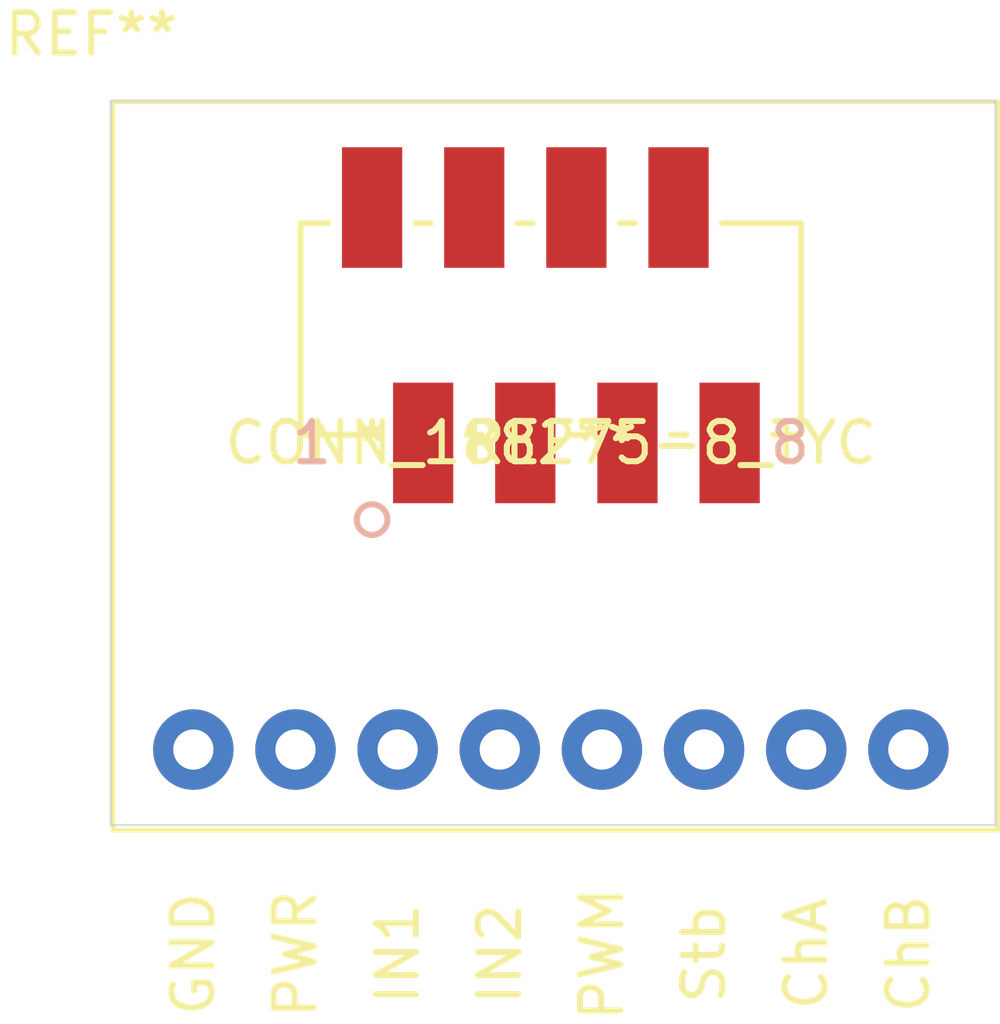
<source format=kicad_pcb>
(kicad_pcb (version 20171130) (host pcbnew 5.1.5+dfsg1-2build2)

  (general
    (thickness 1.6)
    (drawings 4)
    (tracks 0)
    (zones 0)
    (modules 2)
    (nets 1)
  )

  (page A4)
  (layers
    (0 F.Cu signal)
    (31 B.Cu signal)
    (32 B.Adhes user)
    (33 F.Adhes user)
    (34 B.Paste user)
    (35 F.Paste user)
    (36 B.SilkS user)
    (37 F.SilkS user)
    (38 B.Mask user)
    (39 F.Mask user)
    (40 Dwgs.User user)
    (41 Cmts.User user)
    (42 Eco1.User user)
    (43 Eco2.User user)
    (44 Edge.Cuts user)
    (45 Margin user)
    (46 B.CrtYd user)
    (47 F.CrtYd user)
    (48 B.Fab user)
    (49 F.Fab user)
  )

  (setup
    (last_trace_width 0.25)
    (trace_clearance 0.2)
    (zone_clearance 0.508)
    (zone_45_only no)
    (trace_min 0.2)
    (via_size 0.8)
    (via_drill 0.4)
    (via_min_size 0.4)
    (via_min_drill 0.3)
    (uvia_size 0.3)
    (uvia_drill 0.1)
    (uvias_allowed no)
    (uvia_min_size 0.2)
    (uvia_min_drill 0.1)
    (edge_width 0.05)
    (segment_width 0.2)
    (pcb_text_width 0.3)
    (pcb_text_size 1.5 1.5)
    (mod_edge_width 0.12)
    (mod_text_size 1 1)
    (mod_text_width 0.15)
    (pad_size 1.524 1.524)
    (pad_drill 0.762)
    (pad_to_mask_clearance 0.051)
    (solder_mask_min_width 0.25)
    (aux_axis_origin 0 0)
    (visible_elements FFFFFF7F)
    (pcbplotparams
      (layerselection 0x010fc_ffffffff)
      (usegerberextensions false)
      (usegerberattributes false)
      (usegerberadvancedattributes false)
      (creategerberjobfile false)
      (excludeedgelayer true)
      (linewidth 0.100000)
      (plotframeref false)
      (viasonmask false)
      (mode 1)
      (useauxorigin false)
      (hpglpennumber 1)
      (hpglpenspeed 20)
      (hpglpendiameter 15.000000)
      (psnegative false)
      (psa4output false)
      (plotreference true)
      (plotvalue true)
      (plotinvisibletext false)
      (padsonsilk false)
      (subtractmaskfromsilk false)
      (outputformat 1)
      (mirror false)
      (drillshape 1)
      (scaleselection 1)
      (outputdirectory ""))
  )

  (net 0 "")

  (net_class Default "This is the default net class."
    (clearance 0.2)
    (trace_width 0.25)
    (via_dia 0.8)
    (via_drill 0.4)
    (uvia_dia 0.3)
    (uvia_drill 0.1)
  )

  (module custom_connectors:188275-8 (layer F.Cu) (tedit 5FADFB90) (tstamp 5FAE6816)
    (at 0 0)
    (fp_text reference REF** (at 4.445 0) (layer F.SilkS)
      (effects (font (size 1 1) (thickness 0.15)))
    )
    (fp_text value CONN_188275-8_TYC (at 4.445 0) (layer F.SilkS)
      (effects (font (size 1 1) (thickness 0.15)))
    )
    (fp_circle (center 0 1.905) (end 0.381 1.905) (layer F.Fab) (width 0.1524))
    (fp_circle (center 0 1.905) (end 0.381 1.905) (layer B.SilkS) (width 0.1524))
    (fp_arc (start 0 1.905) (end 0 2.286) (angle 259.191895) (layer F.SilkS) (width 0.1524))
    (fp_line (start 10.795 -7.602474) (end -1.905 -7.602474) (layer F.CrtYd) (width 0.1524))
    (fp_line (start 10.795 1.7526) (end 10.795 -7.602474) (layer F.CrtYd) (width 0.1524))
    (fp_line (start -1.905 1.7526) (end 10.795 1.7526) (layer F.CrtYd) (width 0.1524))
    (fp_line (start -1.905 -7.602474) (end -1.905 1.7526) (layer F.CrtYd) (width 0.1524))
    (fp_line (start 9.97204 -0.2032) (end 10.668 -0.2032) (layer F.SilkS) (width 0.1524))
    (fp_line (start 6.53796 -5.461) (end 6.16204 -5.461) (layer F.SilkS) (width 0.1524))
    (fp_line (start 7.43204 -0.2032) (end 7.80796 -0.2032) (layer F.SilkS) (width 0.1524))
    (fp_line (start 3.99796 -5.461) (end 3.62204 -5.461) (layer F.SilkS) (width 0.1524))
    (fp_line (start 4.89204 -0.2032) (end 5.26796 -0.2032) (layer F.SilkS) (width 0.1524))
    (fp_line (start 1.45796 -5.461) (end 1.08204 -5.461) (layer F.SilkS) (width 0.1524))
    (fp_line (start 2.35204 -0.2032) (end 2.72796 -0.2032) (layer F.SilkS) (width 0.1524))
    (fp_line (start -1.08204 -5.461) (end -1.778 -5.461) (layer F.SilkS) (width 0.1524))
    (fp_line (start -1.651 -5.334) (end -1.651 -0.3302) (layer F.Fab) (width 0.1524))
    (fp_line (start 10.541 -5.334) (end -1.651 -5.334) (layer F.Fab) (width 0.1524))
    (fp_line (start 10.541 -0.3302) (end 10.541 -5.334) (layer F.Fab) (width 0.1524))
    (fp_line (start -1.651 -0.3302) (end 10.541 -0.3302) (layer F.Fab) (width 0.1524))
    (fp_line (start -1.778 -5.461) (end -1.778 -0.2032) (layer F.SilkS) (width 0.1524))
    (fp_line (start 10.668 -5.461) (end 8.70204 -5.461) (layer F.SilkS) (width 0.1524))
    (fp_line (start 10.668 -0.2032) (end 10.668 -5.461) (layer F.SilkS) (width 0.1524))
    (fp_line (start -1.778 -0.2032) (end 0.18796 -0.2032) (layer F.SilkS) (width 0.1524))
    (fp_text user 8 (at 10.3886 0) (layer F.SilkS)
      (effects (font (size 1 1) (thickness 0.15)))
    )
    (fp_text user 8 (at 10.3886 0) (layer B.SilkS)
      (effects (font (size 1 1) (thickness 0.15)))
    )
    (fp_text user 1 (at -1.4986 0) (layer F.SilkS)
      (effects (font (size 1 1) (thickness 0.15)))
    )
    (fp_text user 1 (at -1.4986 0) (layer B.SilkS)
      (effects (font (size 1 1) (thickness 0.15)))
    )
    (fp_text user 8 (at 10.3886 0) (layer F.Fab)
      (effects (font (size 1 1) (thickness 0.15)))
    )
    (fp_text user 8 (at 10.3886 0) (layer F.Fab)
      (effects (font (size 1 1) (thickness 0.15)))
    )
    (fp_text user 1 (at -1.4986 0) (layer F.Fab)
      (effects (font (size 1 1) (thickness 0.15)))
    )
    (fp_text user 1 (at -1.4986 0) (layer F.Fab)
      (effects (font (size 1 1) (thickness 0.15)))
    )
    (fp_text user 8 (at 10.3886 0) (layer F.SilkS)
      (effects (font (size 1 1) (thickness 0.15)))
    )
    (fp_text user 8 (at 10.3886 0) (layer F.SilkS)
      (effects (font (size 1 1) (thickness 0.15)))
    )
    (fp_text user 1 (at -1.4986 0) (layer F.SilkS)
      (effects (font (size 1 1) (thickness 0.15)))
    )
    (fp_text user 1 (at -1.4986 0) (layer F.SilkS)
      (effects (font (size 1 1) (thickness 0.15)))
    )
    (fp_text user * (at 0 0) (layer F.SilkS)
      (effects (font (size 1 1) (thickness 0.15)))
    )
    (fp_text user * (at 0 0) (layer F.SilkS)
      (effects (font (size 1 1) (thickness 0.15)))
    )
    (fp_text user "Copyright 2016 Accelerated Designs. All rights reserved." (at 0 0) (layer Cmts.User)
      (effects (font (size 0.127 0.127) (thickness 0.002)))
    )
    (pad 8 smd rect (at 8.89 0) (size 1.4986 2.9972) (layers F.Cu F.Paste F.Mask))
    (pad 7 smd rect (at 7.62 -5.849874) (size 1.4986 2.9972) (layers F.Cu F.Paste F.Mask))
    (pad 6 smd rect (at 6.35 0) (size 1.4986 2.9972) (layers F.Cu F.Paste F.Mask))
    (pad 5 smd rect (at 5.08 -5.849874) (size 1.4986 2.9972) (layers F.Cu F.Paste F.Mask))
    (pad 4 smd rect (at 3.81 0) (size 1.4986 2.9972) (layers F.Cu F.Paste F.Mask))
    (pad 3 smd rect (at 2.54 -5.849874) (size 1.4986 2.9972) (layers F.Cu F.Paste F.Mask))
    (pad 2 smd rect (at 1.27 0) (size 1.4986 2.9972) (layers F.Cu F.Paste F.Mask))
    (pad 1 smd rect (at 0 -5.849874) (size 1.4986 2.9972) (layers F.Cu F.Paste F.Mask))
    (model /home/christopher/git/smartphone-robot/hardware/kicad/kicad_libraries/3dModels/connectors/te/c-188275-8-u-3d.stp
      (offset (xyz 4.5 3 5))
      (scale (xyz 1 1 1))
      (rotate (xyz 0 0 0))
    )
  )

  (module custom_modules:hubeeBoard (layer F.Cu) (tedit 5FA8E593) (tstamp 5FAE6274)
    (at -4.445 7.62)
    (fp_text reference REF** (at -2.54 -17.78) (layer F.SilkS)
      (effects (font (size 1 1) (thickness 0.15)))
    )
    (fp_text value hubeeBoard (at 8.89 -7.62) (layer F.Fab)
      (effects (font (size 1 1) (thickness 0.15)))
    )
    (fp_text user ChB (at 17.78 5.08 90) (layer F.SilkS)
      (effects (font (size 1 1) (thickness 0.15)))
    )
    (fp_text user ChA (at 15.24 5.08 90) (layer F.SilkS)
      (effects (font (size 1 1) (thickness 0.15)))
    )
    (fp_text user Stb (at 12.7 5.08 90) (layer F.SilkS)
      (effects (font (size 1 1) (thickness 0.15)))
    )
    (fp_text user PWM (at 10.16 5.08 90) (layer F.SilkS)
      (effects (font (size 1 1) (thickness 0.15)))
    )
    (fp_text user IN2 (at 7.62 5.08 90) (layer F.SilkS)
      (effects (font (size 1 1) (thickness 0.15)))
    )
    (fp_text user IN1 (at 5.08 5.08 90) (layer F.SilkS)
      (effects (font (size 1 1) (thickness 0.15)))
    )
    (fp_text user PWR (at 2.54 5.08 90) (layer F.SilkS)
      (effects (font (size 1 1) (thickness 0.15)))
    )
    (fp_text user GND (at 0 5.08 90) (layer F.SilkS)
      (effects (font (size 1 1) (thickness 0.15)))
    )
    (fp_line (start -2 -16.1) (end 20 -16.1) (layer F.SilkS) (width 0.12))
    (fp_line (start 20 2) (end 20 -16.1) (layer F.SilkS) (width 0.12))
    (fp_line (start -2 2) (end -2 -16.1) (layer F.SilkS) (width 0.12))
    (fp_line (start -2 2) (end 20 2) (layer F.SilkS) (width 0.12))
    (pad 8 thru_hole circle (at 17.78 0) (size 2 2) (drill 1) (layers *.Cu *.Mask))
    (pad 7 thru_hole circle (at 15.24 0) (size 2 2) (drill 1) (layers *.Cu *.Mask))
    (pad 6 thru_hole circle (at 12.7 0) (size 2 2) (drill 1) (layers *.Cu *.Mask))
    (pad 5 thru_hole circle (at 10.16 0) (size 2 2) (drill 1) (layers *.Cu *.Mask))
    (pad 4 thru_hole circle (at 7.62 0) (size 2 2) (drill 1) (layers *.Cu *.Mask))
    (pad 3 thru_hole circle (at 5.08 0) (size 2 2) (drill 1) (layers *.Cu *.Mask))
    (pad 2 thru_hole circle (at 2.54 0) (size 2 2) (drill 1) (layers *.Cu *.Mask))
    (pad 1 thru_hole circle (at 0 0) (size 2 2) (drill 1) (layers *.Cu *.Mask))
  )

  (gr_line (start -6.5 -8.5) (end -6.5 9.5) (layer Edge.Cuts) (width 0.05) (tstamp 5FAE7463))
  (gr_line (start 15.5 -8.5) (end -6.5 -8.5) (layer Edge.Cuts) (width 0.05))
  (gr_line (start 15.5 9.5) (end 15.5 -8.5) (layer Edge.Cuts) (width 0.05))
  (gr_line (start -6.5 9.5) (end 15.5 9.5) (layer Edge.Cuts) (width 0.05))

)

</source>
